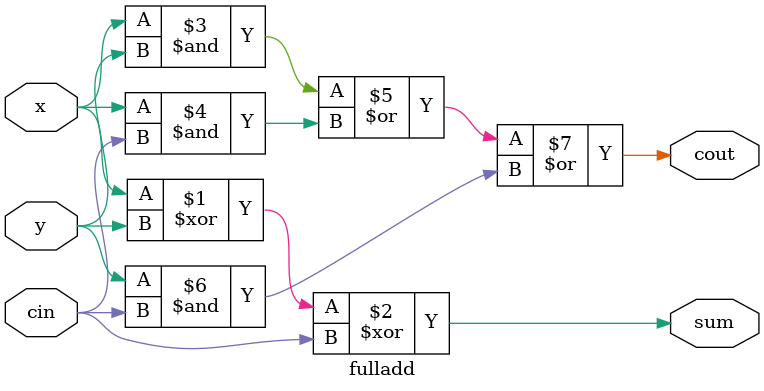
<source format=v>
`timescale 1ns / 1ps

module adder4(
	      input [3:0]      a,
	      input [3:0]      b,
	      output [4:0] result);
   
// add your code here -- you must use four instances of the full adder "fulladd", defined below
   
endmodule

module fulladd(
	       input  x,
	       input  y,
	       input  cin,
	       output sum,
	       output cout);

   assign sum = x ^ y ^ cin;
   assign cout = (x & y) | (x & cin) | (y & cin);
   
endmodule


</source>
